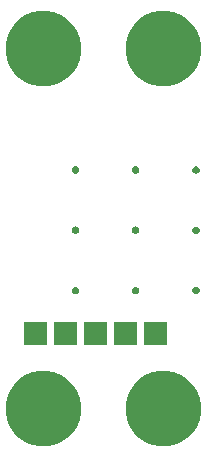
<source format=gbr>
G04 #@! TF.GenerationSoftware,KiCad,Pcbnew,6.0.0-rc1-unknown-f68581d~66~ubuntu16.04.1*
G04 #@! TF.CreationDate,2018-09-30T17:07:12+02:00*
G04 #@! TF.ProjectId,SIPM01A,5349504D3031412E6B696361645F7063,rev?*
G04 #@! TF.SameCoordinates,Original*
G04 #@! TF.FileFunction,Soldermask,Top*
G04 #@! TF.FilePolarity,Negative*
%FSLAX46Y46*%
G04 Gerber Fmt 4.6, Leading zero omitted, Abs format (unit mm)*
G04 Created by KiCad (PCBNEW 6.0.0-rc1-unknown-f68581d~66~ubuntu16.04.1) date Sun Sep 30 17:07:12 2018*
%MOMM*%
%LPD*%
G01*
G04 APERTURE LIST*
%ADD10C,0.100000*%
G04 APERTURE END LIST*
D10*
G36*
X16173405Y8157026D02*
X16755767Y7915804D01*
X17279884Y7565600D01*
X17725600Y7119884D01*
X18075804Y6595767D01*
X18317026Y6013405D01*
X18440000Y5395174D01*
X18440000Y4764826D01*
X18317026Y4146595D01*
X18075804Y3564233D01*
X17725600Y3040116D01*
X17279884Y2594400D01*
X16755767Y2244196D01*
X16173405Y2002974D01*
X15555174Y1880000D01*
X14924826Y1880000D01*
X14306595Y2002974D01*
X13724233Y2244196D01*
X13200116Y2594400D01*
X12754400Y3040116D01*
X12404196Y3564233D01*
X12162974Y4146595D01*
X12040000Y4764826D01*
X12040000Y5395174D01*
X12162974Y6013405D01*
X12404196Y6595767D01*
X12754400Y7119884D01*
X13200116Y7565600D01*
X13724233Y7915804D01*
X14306595Y8157026D01*
X14924826Y8280000D01*
X15555174Y8280000D01*
X16173405Y8157026D01*
X16173405Y8157026D01*
G37*
G36*
X6013405Y8157026D02*
X6595767Y7915804D01*
X7119884Y7565600D01*
X7565600Y7119884D01*
X7915804Y6595767D01*
X8157026Y6013405D01*
X8280000Y5395174D01*
X8280000Y4764826D01*
X8157026Y4146595D01*
X7915804Y3564233D01*
X7565600Y3040116D01*
X7119884Y2594400D01*
X6595767Y2244196D01*
X6013405Y2002974D01*
X5395174Y1880000D01*
X4764826Y1880000D01*
X4146595Y2002974D01*
X3564233Y2244196D01*
X3040116Y2594400D01*
X2594400Y3040116D01*
X2244196Y3564233D01*
X2002974Y4146595D01*
X1880000Y4764826D01*
X1880000Y5395174D01*
X2002974Y6013405D01*
X2244196Y6595767D01*
X2594400Y7119884D01*
X3040116Y7565600D01*
X3564233Y7915804D01*
X4146595Y8157026D01*
X4764826Y8280000D01*
X5395174Y8280000D01*
X6013405Y8157026D01*
X6013405Y8157026D01*
G37*
G36*
X15567000Y10468000D02*
X13643000Y10468000D01*
X13643000Y12392000D01*
X15567000Y12392000D01*
X15567000Y10468000D01*
X15567000Y10468000D01*
G37*
G36*
X13027000Y10468000D02*
X11103000Y10468000D01*
X11103000Y12392000D01*
X13027000Y12392000D01*
X13027000Y10468000D01*
X13027000Y10468000D01*
G37*
G36*
X10487000Y10468000D02*
X8563000Y10468000D01*
X8563000Y12392000D01*
X10487000Y12392000D01*
X10487000Y10468000D01*
X10487000Y10468000D01*
G37*
G36*
X7947000Y10468000D02*
X6023000Y10468000D01*
X6023000Y12392000D01*
X7947000Y12392000D01*
X7947000Y10468000D01*
X7947000Y10468000D01*
G37*
G36*
X5407000Y10468000D02*
X3483000Y10468000D01*
X3483000Y12392000D01*
X5407000Y12392000D01*
X5407000Y10468000D01*
X5407000Y10468000D01*
G37*
G36*
X18064654Y15401947D02*
X18095082Y15395895D01*
X18118827Y15386059D01*
X18152407Y15372150D01*
X18204004Y15337674D01*
X18247874Y15293804D01*
X18282350Y15242207D01*
X18306095Y15184881D01*
X18318200Y15124026D01*
X18318200Y15061974D01*
X18306095Y15001119D01*
X18282350Y14943793D01*
X18247874Y14892196D01*
X18204004Y14848326D01*
X18152407Y14813850D01*
X18118827Y14799941D01*
X18095082Y14790105D01*
X18064653Y14784052D01*
X18034226Y14778000D01*
X17972174Y14778000D01*
X17941747Y14784052D01*
X17911318Y14790105D01*
X17887573Y14799941D01*
X17853993Y14813850D01*
X17802396Y14848326D01*
X17758526Y14892196D01*
X17724050Y14943793D01*
X17700305Y15001119D01*
X17688200Y15061974D01*
X17688200Y15124026D01*
X17700305Y15184881D01*
X17724050Y15242207D01*
X17758526Y15293804D01*
X17802396Y15337674D01*
X17853993Y15372150D01*
X17887573Y15386059D01*
X17911318Y15395895D01*
X17941746Y15401947D01*
X17972174Y15408000D01*
X18034226Y15408000D01*
X18064654Y15401947D01*
X18064654Y15401947D01*
G37*
G36*
X12964654Y15401947D02*
X12995082Y15395895D01*
X13018827Y15386059D01*
X13052407Y15372150D01*
X13104004Y15337674D01*
X13147874Y15293804D01*
X13182350Y15242207D01*
X13206095Y15184881D01*
X13218200Y15124026D01*
X13218200Y15061974D01*
X13206095Y15001119D01*
X13182350Y14943793D01*
X13147874Y14892196D01*
X13104004Y14848326D01*
X13052407Y14813850D01*
X13018827Y14799941D01*
X12995082Y14790105D01*
X12964653Y14784052D01*
X12934226Y14778000D01*
X12872174Y14778000D01*
X12841747Y14784052D01*
X12811318Y14790105D01*
X12787573Y14799941D01*
X12753993Y14813850D01*
X12702396Y14848326D01*
X12658526Y14892196D01*
X12624050Y14943793D01*
X12600305Y15001119D01*
X12588200Y15061974D01*
X12588200Y15124026D01*
X12600305Y15184881D01*
X12624050Y15242207D01*
X12658526Y15293804D01*
X12702396Y15337674D01*
X12753993Y15372150D01*
X12787573Y15386059D01*
X12811318Y15395895D01*
X12841746Y15401947D01*
X12872174Y15408000D01*
X12934226Y15408000D01*
X12964654Y15401947D01*
X12964654Y15401947D01*
G37*
G36*
X7864654Y15401947D02*
X7895082Y15395895D01*
X7918827Y15386059D01*
X7952407Y15372150D01*
X8004004Y15337674D01*
X8047874Y15293804D01*
X8082350Y15242207D01*
X8106095Y15184881D01*
X8118200Y15124026D01*
X8118200Y15061974D01*
X8106095Y15001119D01*
X8082350Y14943793D01*
X8047874Y14892196D01*
X8004004Y14848326D01*
X7952407Y14813850D01*
X7918827Y14799941D01*
X7895082Y14790105D01*
X7864653Y14784052D01*
X7834226Y14778000D01*
X7772174Y14778000D01*
X7741747Y14784052D01*
X7711318Y14790105D01*
X7687573Y14799941D01*
X7653993Y14813850D01*
X7602396Y14848326D01*
X7558526Y14892196D01*
X7524050Y14943793D01*
X7500305Y15001119D01*
X7488200Y15061974D01*
X7488200Y15124026D01*
X7500305Y15184881D01*
X7524050Y15242207D01*
X7558526Y15293804D01*
X7602396Y15337674D01*
X7653993Y15372150D01*
X7687573Y15386059D01*
X7711318Y15395895D01*
X7741746Y15401947D01*
X7772174Y15408000D01*
X7834226Y15408000D01*
X7864654Y15401947D01*
X7864654Y15401947D01*
G37*
G36*
X18064654Y20501947D02*
X18095082Y20495895D01*
X18118827Y20486059D01*
X18152407Y20472150D01*
X18204004Y20437674D01*
X18247874Y20393804D01*
X18282350Y20342207D01*
X18306095Y20284881D01*
X18318200Y20224026D01*
X18318200Y20161974D01*
X18306095Y20101119D01*
X18282350Y20043793D01*
X18247874Y19992196D01*
X18204004Y19948326D01*
X18152407Y19913850D01*
X18118827Y19899941D01*
X18095082Y19890105D01*
X18064653Y19884052D01*
X18034226Y19878000D01*
X17972174Y19878000D01*
X17941747Y19884052D01*
X17911318Y19890105D01*
X17887573Y19899941D01*
X17853993Y19913850D01*
X17802396Y19948326D01*
X17758526Y19992196D01*
X17724050Y20043793D01*
X17700305Y20101119D01*
X17688200Y20161974D01*
X17688200Y20224026D01*
X17700305Y20284881D01*
X17724050Y20342207D01*
X17758526Y20393804D01*
X17802396Y20437674D01*
X17853993Y20472150D01*
X17887573Y20486059D01*
X17911318Y20495895D01*
X17941746Y20501947D01*
X17972174Y20508000D01*
X18034226Y20508000D01*
X18064654Y20501947D01*
X18064654Y20501947D01*
G37*
G36*
X12964654Y20501947D02*
X12995082Y20495895D01*
X13018827Y20486059D01*
X13052407Y20472150D01*
X13104004Y20437674D01*
X13147874Y20393804D01*
X13182350Y20342207D01*
X13206095Y20284881D01*
X13218200Y20224026D01*
X13218200Y20161974D01*
X13206095Y20101119D01*
X13182350Y20043793D01*
X13147874Y19992196D01*
X13104004Y19948326D01*
X13052407Y19913850D01*
X13018827Y19899941D01*
X12995082Y19890105D01*
X12964653Y19884052D01*
X12934226Y19878000D01*
X12872174Y19878000D01*
X12841747Y19884052D01*
X12811318Y19890105D01*
X12787573Y19899941D01*
X12753993Y19913850D01*
X12702396Y19948326D01*
X12658526Y19992196D01*
X12624050Y20043793D01*
X12600305Y20101119D01*
X12588200Y20161974D01*
X12588200Y20224026D01*
X12600305Y20284881D01*
X12624050Y20342207D01*
X12658526Y20393804D01*
X12702396Y20437674D01*
X12753993Y20472150D01*
X12787573Y20486059D01*
X12811318Y20495895D01*
X12841746Y20501947D01*
X12872174Y20508000D01*
X12934226Y20508000D01*
X12964654Y20501947D01*
X12964654Y20501947D01*
G37*
G36*
X7864654Y20501947D02*
X7895082Y20495895D01*
X7918827Y20486059D01*
X7952407Y20472150D01*
X8004004Y20437674D01*
X8047874Y20393804D01*
X8082350Y20342207D01*
X8106095Y20284881D01*
X8118200Y20224026D01*
X8118200Y20161974D01*
X8106095Y20101119D01*
X8082350Y20043793D01*
X8047874Y19992196D01*
X8004004Y19948326D01*
X7952407Y19913850D01*
X7918827Y19899941D01*
X7895082Y19890105D01*
X7864653Y19884052D01*
X7834226Y19878000D01*
X7772174Y19878000D01*
X7741747Y19884052D01*
X7711318Y19890105D01*
X7687573Y19899941D01*
X7653993Y19913850D01*
X7602396Y19948326D01*
X7558526Y19992196D01*
X7524050Y20043793D01*
X7500305Y20101119D01*
X7488200Y20161974D01*
X7488200Y20224026D01*
X7500305Y20284881D01*
X7524050Y20342207D01*
X7558526Y20393804D01*
X7602396Y20437674D01*
X7653993Y20472150D01*
X7687573Y20486059D01*
X7711318Y20495895D01*
X7741746Y20501947D01*
X7772174Y20508000D01*
X7834226Y20508000D01*
X7864654Y20501947D01*
X7864654Y20501947D01*
G37*
G36*
X18064653Y25601948D02*
X18095082Y25595895D01*
X18118827Y25586059D01*
X18152407Y25572150D01*
X18204004Y25537674D01*
X18247874Y25493804D01*
X18282350Y25442207D01*
X18306095Y25384881D01*
X18318200Y25324026D01*
X18318200Y25261974D01*
X18306095Y25201119D01*
X18282350Y25143793D01*
X18247874Y25092196D01*
X18204004Y25048326D01*
X18152407Y25013850D01*
X18118827Y24999941D01*
X18095082Y24990105D01*
X18064654Y24984053D01*
X18034226Y24978000D01*
X17972174Y24978000D01*
X17941746Y24984053D01*
X17911318Y24990105D01*
X17887573Y24999941D01*
X17853993Y25013850D01*
X17802396Y25048326D01*
X17758526Y25092196D01*
X17724050Y25143793D01*
X17700305Y25201119D01*
X17688200Y25261974D01*
X17688200Y25324026D01*
X17700305Y25384881D01*
X17724050Y25442207D01*
X17758526Y25493804D01*
X17802396Y25537674D01*
X17853993Y25572150D01*
X17887573Y25586059D01*
X17911318Y25595895D01*
X17941747Y25601948D01*
X17972174Y25608000D01*
X18034226Y25608000D01*
X18064653Y25601948D01*
X18064653Y25601948D01*
G37*
G36*
X12964653Y25601948D02*
X12995082Y25595895D01*
X13018827Y25586059D01*
X13052407Y25572150D01*
X13104004Y25537674D01*
X13147874Y25493804D01*
X13182350Y25442207D01*
X13206095Y25384881D01*
X13218200Y25324026D01*
X13218200Y25261974D01*
X13206095Y25201119D01*
X13182350Y25143793D01*
X13147874Y25092196D01*
X13104004Y25048326D01*
X13052407Y25013850D01*
X13018827Y24999941D01*
X12995082Y24990105D01*
X12964654Y24984053D01*
X12934226Y24978000D01*
X12872174Y24978000D01*
X12841746Y24984053D01*
X12811318Y24990105D01*
X12787573Y24999941D01*
X12753993Y25013850D01*
X12702396Y25048326D01*
X12658526Y25092196D01*
X12624050Y25143793D01*
X12600305Y25201119D01*
X12588200Y25261974D01*
X12588200Y25324026D01*
X12600305Y25384881D01*
X12624050Y25442207D01*
X12658526Y25493804D01*
X12702396Y25537674D01*
X12753993Y25572150D01*
X12787573Y25586059D01*
X12811318Y25595895D01*
X12841747Y25601948D01*
X12872174Y25608000D01*
X12934226Y25608000D01*
X12964653Y25601948D01*
X12964653Y25601948D01*
G37*
G36*
X7864653Y25601948D02*
X7895082Y25595895D01*
X7918827Y25586059D01*
X7952407Y25572150D01*
X8004004Y25537674D01*
X8047874Y25493804D01*
X8082350Y25442207D01*
X8106095Y25384881D01*
X8118200Y25324026D01*
X8118200Y25261974D01*
X8106095Y25201119D01*
X8082350Y25143793D01*
X8047874Y25092196D01*
X8004004Y25048326D01*
X7952407Y25013850D01*
X7918827Y24999941D01*
X7895082Y24990105D01*
X7864654Y24984053D01*
X7834226Y24978000D01*
X7772174Y24978000D01*
X7741746Y24984053D01*
X7711318Y24990105D01*
X7687573Y24999941D01*
X7653993Y25013850D01*
X7602396Y25048326D01*
X7558526Y25092196D01*
X7524050Y25143793D01*
X7500305Y25201119D01*
X7488200Y25261974D01*
X7488200Y25324026D01*
X7500305Y25384881D01*
X7524050Y25442207D01*
X7558526Y25493804D01*
X7602396Y25537674D01*
X7653993Y25572150D01*
X7687573Y25586059D01*
X7711318Y25595895D01*
X7741747Y25601948D01*
X7772174Y25608000D01*
X7834226Y25608000D01*
X7864653Y25601948D01*
X7864653Y25601948D01*
G37*
G36*
X6013405Y38637026D02*
X6595767Y38395804D01*
X7119884Y38045600D01*
X7565600Y37599884D01*
X7915804Y37075767D01*
X8157026Y36493405D01*
X8280000Y35875174D01*
X8280000Y35244826D01*
X8157026Y34626595D01*
X7915804Y34044233D01*
X7565600Y33520116D01*
X7119884Y33074400D01*
X6595767Y32724196D01*
X6013405Y32482974D01*
X5395174Y32360000D01*
X4764826Y32360000D01*
X4146595Y32482974D01*
X3564233Y32724196D01*
X3040116Y33074400D01*
X2594400Y33520116D01*
X2244196Y34044233D01*
X2002974Y34626595D01*
X1880000Y35244826D01*
X1880000Y35875174D01*
X2002974Y36493405D01*
X2244196Y37075767D01*
X2594400Y37599884D01*
X3040116Y38045600D01*
X3564233Y38395804D01*
X4146595Y38637026D01*
X4764826Y38760000D01*
X5395174Y38760000D01*
X6013405Y38637026D01*
X6013405Y38637026D01*
G37*
G36*
X16173405Y38637026D02*
X16755767Y38395804D01*
X17279884Y38045600D01*
X17725600Y37599884D01*
X18075804Y37075767D01*
X18317026Y36493405D01*
X18440000Y35875174D01*
X18440000Y35244826D01*
X18317026Y34626595D01*
X18075804Y34044233D01*
X17725600Y33520116D01*
X17279884Y33074400D01*
X16755767Y32724196D01*
X16173405Y32482974D01*
X15555174Y32360000D01*
X14924826Y32360000D01*
X14306595Y32482974D01*
X13724233Y32724196D01*
X13200116Y33074400D01*
X12754400Y33520116D01*
X12404196Y34044233D01*
X12162974Y34626595D01*
X12040000Y35244826D01*
X12040000Y35875174D01*
X12162974Y36493405D01*
X12404196Y37075767D01*
X12754400Y37599884D01*
X13200116Y38045600D01*
X13724233Y38395804D01*
X14306595Y38637026D01*
X14924826Y38760000D01*
X15555174Y38760000D01*
X16173405Y38637026D01*
X16173405Y38637026D01*
G37*
M02*

</source>
